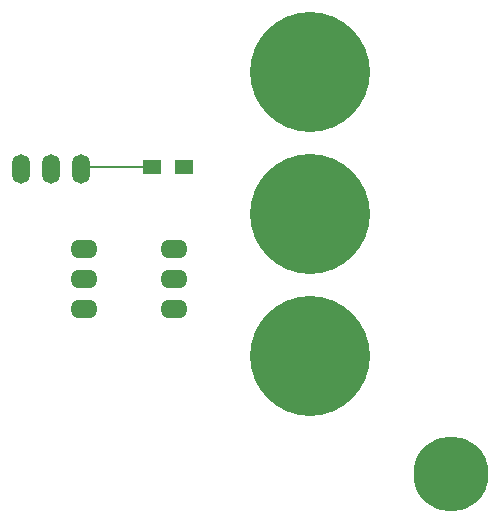
<source format=gtl>
G04 #@! TF.FileFunction,Copper,L1,Top,Signal*
%FSLAX46Y46*%
G04 Gerber Fmt 4.6, Leading zero omitted, Abs format (unit mm)*
G04 Created by KiCad (PCBNEW 4.0.1-stable) date 3/5/2016 3:38:05 PM*
%MOMM*%
G01*
G04 APERTURE LIST*
%ADD10C,0.150000*%
%ADD11O,1.501140X2.499360*%
%ADD12R,1.500000X1.300000*%
%ADD13O,2.300000X1.600000*%
%ADD14C,10.160000*%
%ADD15C,6.350000*%
%ADD16C,0.203200*%
G04 APERTURE END LIST*
D10*
D11*
X21082000Y-20193000D03*
X18542000Y-20193000D03*
X23622000Y-20193000D03*
D12*
X29650000Y-20000000D03*
X32350000Y-20000000D03*
D13*
X23876000Y-26924000D03*
X23876000Y-29464000D03*
X23876000Y-32004000D03*
X31496000Y-32004000D03*
X31496000Y-29464000D03*
X31496000Y-26924000D03*
D14*
X43000000Y-36000000D03*
X43000000Y-12000000D03*
X43000000Y-24000000D03*
D15*
X55000000Y-46000000D03*
D16*
X29650000Y-20000000D02*
X23815000Y-20000000D01*
X23815000Y-20000000D02*
X23622000Y-20193000D01*
M02*

</source>
